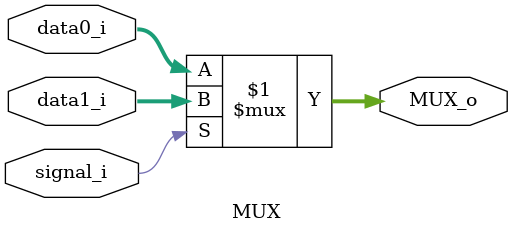
<source format=v>
module MUX
(
    data0_i,
    data1_i,
    signal_i,
    MUX_o
);

input [31:0] data0_i, data1_i;
input signal_i;
output [31:0] MUX_o;

assign MUX_o = (signal_i) ? data1_i : data0_i;

endmodule
</source>
